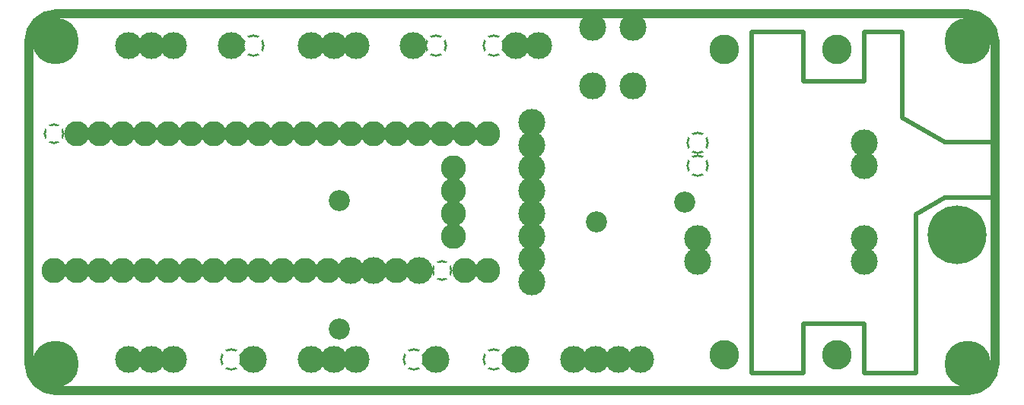
<source format=gbr>
%TF.GenerationSoftware,Altium Limited,Altium Designer,23.6.0 (18)*%
G04 Layer_Physical_Order=2*
G04 Layer_Color=32768*
%FSLAX45Y45*%
%MOMM*%
%TF.SameCoordinates,8109348C-C8A1-492E-8D21-29312D9C8BDA*%
%TF.FilePolarity,Negative*%
%TF.FileFunction,Copper,L2,Inr,Plane*%
%TF.Part,Single*%
G01*
G75*
%TA.AperFunction,NonConductor*%
%ADD26C,1.01600*%
%ADD27C,0.50800*%
%TA.AperFunction,ViaPad*%
%ADD28C,5.17500*%
%TA.AperFunction,ComponentPad*%
%ADD29C,2.99000*%
%ADD30C,3.00000*%
%ADD31C,3.30000*%
%ADD32C,6.55000*%
G04:AMPARAMS|DCode=33|XSize=2.524mm|YSize=2.524mm|CornerRadius=0mm|HoleSize=0mm|Usage=FLASHONLY|Rotation=0.000|XOffset=0mm|YOffset=0mm|HoleType=Round|Shape=Relief|Width=0.508mm|Gap=0.254mm|Entries=4|*
%AMTHD33*
7,0,0,2.52400,2.01600,0.50800,45*
%
%ADD33THD33*%
%ADD34C,3.00000*%
%ADD35C,2.80000*%
G04:AMPARAMS|DCode=36|XSize=2.324mm|YSize=2.324mm|CornerRadius=0mm|HoleSize=0mm|Usage=FLASHONLY|Rotation=0.000|XOffset=0mm|YOffset=0mm|HoleType=Round|Shape=Relief|Width=0.508mm|Gap=0.254mm|Entries=4|*
%AMTHD36*
7,0,0,2.32400,1.81600,0.50800,45*
%
%ADD36THD36*%
%TA.AperFunction,ViaPad*%
%ADD37C,2.35000*%
D26*
X10750000Y3900000D02*
G03*
X10450000Y4200000I-300000J0D01*
G01*
X300000D02*
G03*
X0Y3900000I0J-300000D01*
G01*
X10450000Y0D02*
G03*
X10750000Y300000I0J300000D01*
G01*
X0Y300000D02*
G03*
X300000Y0I300000J0D01*
G01*
X0Y300000D02*
Y3900000D01*
X300000Y4200000D02*
X10450000D01*
X10750000Y300000D02*
Y3900000D01*
X300000Y0D02*
X10450000D01*
D27*
X10192500Y2770000D02*
X10750000D01*
X10192500Y2150000D02*
X10750000D01*
X8040000Y4000000D02*
X8617500D01*
X9875000Y200000D02*
Y1967500D01*
X8617500Y3450000D02*
X9295000D01*
X9875000Y1967500D02*
X10192500Y2150000D01*
X9722500Y3040157D02*
Y4000000D01*
X9295000Y3450000D02*
Y4000000D01*
X9295000Y200000D02*
X9875000D01*
X9722500Y3040157D02*
X10192500Y2770000D01*
X8040000Y200000D02*
Y4000000D01*
X8617500Y750000D02*
X9295000D01*
X9295000Y4000000D02*
X9722500D01*
X8040000Y200000D02*
X8617500D01*
Y750000D01*
X8617500Y3450000D02*
Y4000000D01*
X9295000Y200000D02*
Y750000D01*
D28*
X10450000Y300000D02*
D03*
Y3900000D02*
D03*
X300000D02*
D03*
Y300000D02*
D03*
D29*
X6272500Y4050000D02*
D03*
X6722500Y4050000D02*
D03*
X6272500Y3400000D02*
D03*
X6722500D02*
D03*
D30*
X2248512Y3850000D02*
D03*
X4530512Y349999D02*
D03*
X2500512D02*
D03*
X4278512Y3850000D02*
D03*
X5420512Y349999D02*
D03*
X6560512D02*
D03*
X6810512D02*
D03*
X6310512D02*
D03*
X6060512D02*
D03*
X3640512Y3850000D02*
D03*
X3390512D02*
D03*
X3140512D02*
D03*
X1610100D02*
D03*
X1360100D02*
D03*
X1110100D02*
D03*
X5670512D02*
D03*
X5420512D02*
D03*
X3140512Y349999D02*
D03*
X3390512D02*
D03*
X3640512D02*
D03*
X1110100D02*
D03*
X1360100D02*
D03*
X1610100D02*
D03*
X9296800Y2759300D02*
D03*
Y1438500D02*
D03*
Y2505300D02*
D03*
X7442600Y1438500D02*
D03*
Y1692500D02*
D03*
X9296800D02*
D03*
X3581400Y1338000D02*
D03*
X3835400D02*
D03*
X4343400D02*
D03*
D31*
X8995000Y3800000D02*
D03*
X7740000D02*
D03*
Y400000D02*
D03*
X8995000D02*
D03*
D32*
X10330000Y1740000D02*
D03*
D33*
X2250512Y349999D02*
D03*
X4528512Y3850000D02*
D03*
X2498512D02*
D03*
X5170512D02*
D03*
X4280512Y349999D02*
D03*
X5170512D02*
D03*
X7442600Y2759300D02*
D03*
Y2505300D02*
D03*
D34*
X5600000Y2989000D02*
D03*
Y2735000D02*
D03*
Y2481000D02*
D03*
Y2227000D02*
D03*
Y1973000D02*
D03*
Y1719000D02*
D03*
Y1465000D02*
D03*
Y1211000D02*
D03*
D35*
X787400Y1338000D02*
D03*
X279400D02*
D03*
X533400D02*
D03*
X1295400D02*
D03*
X1041400D02*
D03*
X1803400D02*
D03*
X2057400D02*
D03*
X2819400D02*
D03*
X2311400D02*
D03*
X2565400D02*
D03*
X1549400D02*
D03*
X533400Y2862000D02*
D03*
X787400D02*
D03*
X1549400D02*
D03*
X1041400D02*
D03*
X1295400D02*
D03*
X1803400D02*
D03*
X2565400D02*
D03*
X2057400D02*
D03*
X2311400D02*
D03*
X3327400Y1338000D02*
D03*
X3073400D02*
D03*
X4089400D02*
D03*
X4851400D02*
D03*
X5105400D02*
D03*
X4724400Y1973000D02*
D03*
Y1719000D02*
D03*
X3327400Y2862000D02*
D03*
X2819400D02*
D03*
X3073400D02*
D03*
X4089400D02*
D03*
X3581400D02*
D03*
X3835400D02*
D03*
X4724400Y2227000D02*
D03*
Y2481000D02*
D03*
X4343400Y2862000D02*
D03*
X4597400D02*
D03*
X4851400D02*
D03*
X5105400D02*
D03*
D36*
X279400D02*
D03*
X4597400Y1338000D02*
D03*
D37*
X3455000Y2120000D02*
D03*
Y685000D02*
D03*
X6317500Y1882500D02*
D03*
X7300000Y2100000D02*
D03*
%TF.MD5,635537430c1aa8d1ac2805c15ce6329f*%
M02*

</source>
